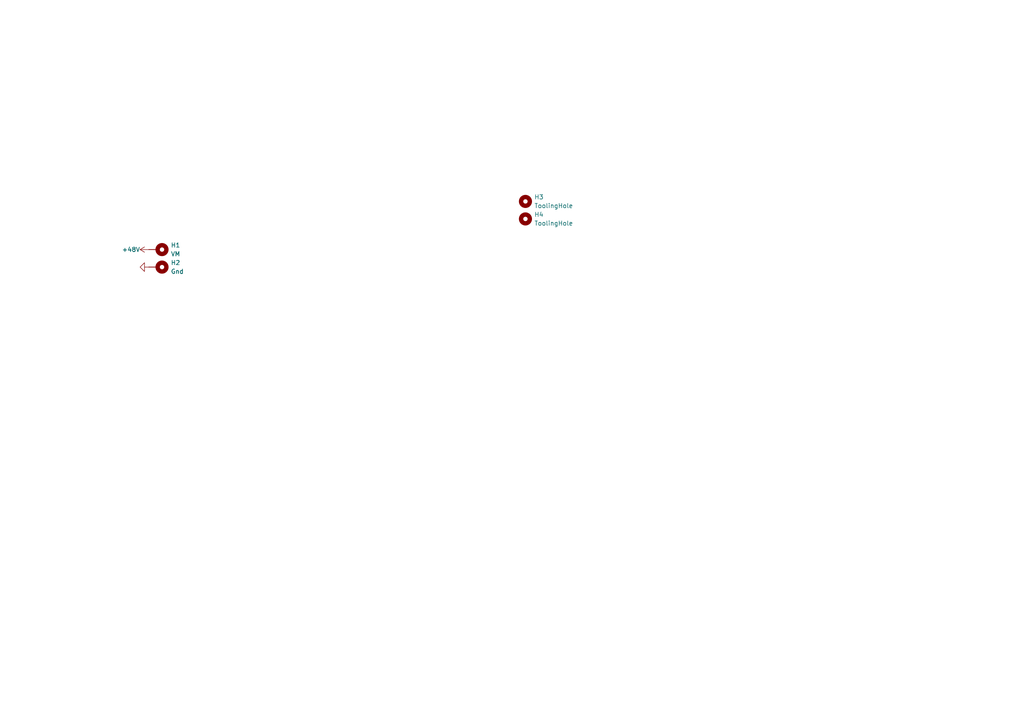
<source format=kicad_sch>
(kicad_sch (version 20230121) (generator eeschema)
  (paper "A4")
  (lib_symbols
    (symbol "Mechanical:MountingHole" (pin_names (offset 1.016))
      (property "Reference" "H" (at 0 5.08 0))
      (property "Value" "MountingHole" (at 0 3.175 0))
      (symbol "MountingHole_0_1"
        (circle (center 0 0) (radius 1.27) (stroke (width 1.27)))
      )
    )
    (symbol "Mechanical:MountingHole_Pad" (pin_numbers hide) (pin_names (offset 1.016) hide)
      (property "Reference" "H" (at 0 6.35 0))
      (property "Value" "MountingHole_Pad" (at 0 4.445 0))
      (symbol "MountingHole_Pad_0_1"
        (circle (center 0 1.27) (radius 1.27) (stroke (width 1.27)))
      )
      (symbol "MountingHole_Pad_1_1"
        (pin input line (at 0 -2.54 90) (length 2.54) (name "1") (number "1"))
      )
    )
    (symbol "power:+48V" (power) (pin_names (offset 0))
      (property "Value" "+48V" (at 0 3.556 0))
      (symbol "+48V_0_1"
        (polyline (pts (xy -0.762 1.27) (xy 0 2.54)))
        (polyline (pts (xy 0 0) (xy 0 2.54)))
        (polyline (pts (xy 0 2.54) (xy 0.762 1.27)))
      )
      (symbol "+48V_1_1"
        (pin power_in line (at 0 0 90) (length 0) hide (name "+48V") (number "1"))
      )
    )
    (symbol "power:GND" (power) (pin_names (offset 0))
      (property "Value" "GND" (at 0 -3.81 0))
      (symbol "GND_0_1"
        (polyline (pts (xy 0 0) (xy 0 -1.27) (xy 1.27 -1.27) (xy 0 -2.54) (xy -1.27 -1.27) (xy 0 -1.27)))
      )
      (symbol "GND_1_1"
        (pin power_in line (at 0 0 270) (length 0) hide (name "GND") (number "1"))
      )
    )
  )
  (symbol (lib_id "Mechanical:MountingHole") (at 152.4 63.5 0) (unit 1)
    (property "Reference" "H4" (at 154.94 62.23 0) (effects (justify left)))
    (property "Value" "ToolingHole" (at 154.94 64.77 0) (effects (justify left)))
    (property "Footprint" "corevus:ToolingHole" (effects hide))
  )
  (symbol (lib_id "Mechanical:MountingHole") (at 152.4 58.42 0) (unit 1)
    (property "Reference" "H3" (at 154.94 57.15 0) (effects (justify left)))
    (property "Value" "ToolingHole" (at 154.94 59.69 0) (effects (justify left)))
    (property "Footprint" "corevus:ToolingHole" (effects hide))
  )
  (symbol (lib_id "Mechanical:MountingHole_Pad") (at 45.72 72.39 270) (unit 1)
    (property "Reference" "H1" (at 49.53 71.12 90) (effects (justify left)))
    (property "Value" "VM" (at 49.53 73.66 90) (effects (justify left)))
    (property "Footprint" "corevus:MountingHole_M3_Driver" (effects hide))
  )
  (symbol (lib_id "Mechanical:MountingHole_Pad") (at 45.72 77.47 270) (unit 1)
    (property "Reference" "H2" (at 49.53 76.2 90) (effects (justify left)))
    (property "Value" "Gnd" (at 49.53 78.74 90) (effects (justify left)))
    (property "Footprint" "corevus:MountingHole_M3_Driver" (effects hide))
  )
  (symbol (lib_id "power:+48V") (at 43.18 72.39 90) (unit 1)
    (property "Reference" "#PWR01" (effects hide))
    (property "Value" "+48V" (at 40.64 72.39 90) (effects (justify left)))
  )
  (symbol (lib_id "power:GND") (at 43.18 77.47 270) (unit 1)
    (property "Reference" "#PWR02" (effects hide))
    (property "Value" "GND" (effects hide))
  )
)
</source>
